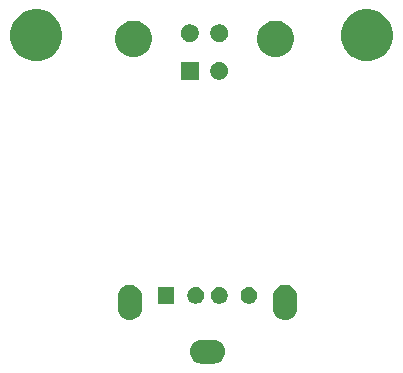
<source format=gbr>
G04 #@! TF.GenerationSoftware,KiCad,Pcbnew,(5.1.4)-1*
G04 #@! TF.CreationDate,2021-04-10T18:28:28-07:00*
G04 #@! TF.ProjectId,front-panel,66726f6e-742d-4706-916e-656c2e6b6963,rev?*
G04 #@! TF.SameCoordinates,Original*
G04 #@! TF.FileFunction,Soldermask,Bot*
G04 #@! TF.FilePolarity,Negative*
%FSLAX46Y46*%
G04 Gerber Fmt 4.6, Leading zero omitted, Abs format (unit mm)*
G04 Created by KiCad (PCBNEW (5.1.4)-1) date 2021-04-10 18:28:28*
%MOMM*%
%LPD*%
G04 APERTURE LIST*
%ADD10C,0.100000*%
G04 APERTURE END LIST*
D10*
G36*
X101196228Y-105793483D02*
G01*
X101384922Y-105850723D01*
X101558815Y-105943671D01*
X101711239Y-106068761D01*
X101836329Y-106221185D01*
X101929277Y-106395078D01*
X101986517Y-106583772D01*
X102005843Y-106780000D01*
X101986517Y-106976228D01*
X101929277Y-107164922D01*
X101836329Y-107338815D01*
X101711239Y-107491239D01*
X101558815Y-107616329D01*
X101384922Y-107709277D01*
X101196228Y-107766517D01*
X101049175Y-107781000D01*
X99950825Y-107781000D01*
X99803772Y-107766517D01*
X99615078Y-107709277D01*
X99441185Y-107616329D01*
X99288761Y-107491239D01*
X99163671Y-107338815D01*
X99070723Y-107164922D01*
X99013483Y-106976228D01*
X98994157Y-106780000D01*
X99013483Y-106583772D01*
X99070723Y-106395078D01*
X99163671Y-106221185D01*
X99288761Y-106068761D01*
X99441185Y-105943671D01*
X99615078Y-105850723D01*
X99803772Y-105793483D01*
X99950825Y-105779000D01*
X101049175Y-105779000D01*
X101196228Y-105793483D01*
X101196228Y-105793483D01*
G37*
G36*
X94126228Y-101113483D02*
G01*
X94314922Y-101170723D01*
X94488815Y-101263671D01*
X94641239Y-101388761D01*
X94766329Y-101541185D01*
X94859277Y-101715078D01*
X94916517Y-101903772D01*
X94931000Y-102050825D01*
X94931000Y-103149175D01*
X94916517Y-103296228D01*
X94859277Y-103484922D01*
X94766329Y-103658815D01*
X94641239Y-103811239D01*
X94488815Y-103936329D01*
X94314921Y-104029277D01*
X94126227Y-104086517D01*
X93930000Y-104105843D01*
X93733772Y-104086517D01*
X93545078Y-104029277D01*
X93371185Y-103936329D01*
X93218761Y-103811239D01*
X93093671Y-103658815D01*
X93000723Y-103484921D01*
X92943483Y-103296227D01*
X92929000Y-103149174D01*
X92929000Y-102050825D01*
X92943483Y-101903769D01*
X93000722Y-101715081D01*
X93093672Y-101541185D01*
X93218762Y-101388761D01*
X93371186Y-101263671D01*
X93545079Y-101170723D01*
X93733773Y-101113483D01*
X93930000Y-101094157D01*
X94126228Y-101113483D01*
X94126228Y-101113483D01*
G37*
G36*
X107266227Y-101113483D02*
G01*
X107454921Y-101170723D01*
X107628815Y-101263671D01*
X107781239Y-101388761D01*
X107906329Y-101541185D01*
X107999277Y-101715078D01*
X108056517Y-101903772D01*
X108071000Y-102050825D01*
X108071000Y-103149175D01*
X108056517Y-103296228D01*
X107999277Y-103484922D01*
X107906329Y-103658815D01*
X107781239Y-103811239D01*
X107628815Y-103936329D01*
X107454922Y-104029277D01*
X107266228Y-104086517D01*
X107070000Y-104105843D01*
X106873773Y-104086517D01*
X106685079Y-104029277D01*
X106511186Y-103936329D01*
X106358762Y-103811239D01*
X106233672Y-103658815D01*
X106140722Y-103484919D01*
X106083483Y-103296231D01*
X106069000Y-103149175D01*
X106069000Y-102050826D01*
X106083483Y-101903773D01*
X106140723Y-101715079D01*
X106233671Y-101541185D01*
X106358761Y-101388761D01*
X106511185Y-101263671D01*
X106685078Y-101170723D01*
X106873772Y-101113483D01*
X107070000Y-101094157D01*
X107266227Y-101113483D01*
X107266227Y-101113483D01*
G37*
G36*
X99704473Y-101325938D02*
G01*
X99832049Y-101378782D01*
X99946859Y-101455495D01*
X100044505Y-101553141D01*
X100121218Y-101667951D01*
X100174062Y-101795527D01*
X100201000Y-101930956D01*
X100201000Y-102069044D01*
X100174062Y-102204473D01*
X100121218Y-102332049D01*
X100044505Y-102446859D01*
X99946859Y-102544505D01*
X99832049Y-102621218D01*
X99704473Y-102674062D01*
X99569044Y-102701000D01*
X99430956Y-102701000D01*
X99295527Y-102674062D01*
X99167951Y-102621218D01*
X99053141Y-102544505D01*
X98955495Y-102446859D01*
X98878782Y-102332049D01*
X98825938Y-102204473D01*
X98799000Y-102069044D01*
X98799000Y-101930956D01*
X98825938Y-101795527D01*
X98878782Y-101667951D01*
X98955495Y-101553141D01*
X99053141Y-101455495D01*
X99167951Y-101378782D01*
X99295527Y-101325938D01*
X99430956Y-101299000D01*
X99569044Y-101299000D01*
X99704473Y-101325938D01*
X99704473Y-101325938D01*
G37*
G36*
X97701000Y-102701000D02*
G01*
X96299000Y-102701000D01*
X96299000Y-101299000D01*
X97701000Y-101299000D01*
X97701000Y-102701000D01*
X97701000Y-102701000D01*
G37*
G36*
X101704473Y-101325938D02*
G01*
X101832049Y-101378782D01*
X101946859Y-101455495D01*
X102044505Y-101553141D01*
X102121218Y-101667951D01*
X102174062Y-101795527D01*
X102201000Y-101930956D01*
X102201000Y-102069044D01*
X102174062Y-102204473D01*
X102121218Y-102332049D01*
X102044505Y-102446859D01*
X101946859Y-102544505D01*
X101832049Y-102621218D01*
X101704473Y-102674062D01*
X101569044Y-102701000D01*
X101430956Y-102701000D01*
X101295527Y-102674062D01*
X101167951Y-102621218D01*
X101053141Y-102544505D01*
X100955495Y-102446859D01*
X100878782Y-102332049D01*
X100825938Y-102204473D01*
X100799000Y-102069044D01*
X100799000Y-101930956D01*
X100825938Y-101795527D01*
X100878782Y-101667951D01*
X100955495Y-101553141D01*
X101053141Y-101455495D01*
X101167951Y-101378782D01*
X101295527Y-101325938D01*
X101430956Y-101299000D01*
X101569044Y-101299000D01*
X101704473Y-101325938D01*
X101704473Y-101325938D01*
G37*
G36*
X104204473Y-101325938D02*
G01*
X104332049Y-101378782D01*
X104446859Y-101455495D01*
X104544505Y-101553141D01*
X104621218Y-101667951D01*
X104674062Y-101795527D01*
X104701000Y-101930956D01*
X104701000Y-102069044D01*
X104674062Y-102204473D01*
X104621218Y-102332049D01*
X104544505Y-102446859D01*
X104446859Y-102544505D01*
X104332049Y-102621218D01*
X104204473Y-102674062D01*
X104069044Y-102701000D01*
X103930956Y-102701000D01*
X103795527Y-102674062D01*
X103667951Y-102621218D01*
X103553141Y-102544505D01*
X103455495Y-102446859D01*
X103378782Y-102332049D01*
X103325938Y-102204473D01*
X103299000Y-102069044D01*
X103299000Y-101930956D01*
X103325938Y-101795527D01*
X103378782Y-101667951D01*
X103455495Y-101553141D01*
X103553141Y-101455495D01*
X103667951Y-101378782D01*
X103795527Y-101325938D01*
X103930956Y-101299000D01*
X104069044Y-101299000D01*
X104204473Y-101325938D01*
X104204473Y-101325938D01*
G37*
G36*
X101719059Y-82277860D02*
G01*
X101855732Y-82334472D01*
X101978735Y-82416660D01*
X102083340Y-82521265D01*
X102165528Y-82644268D01*
X102222140Y-82780941D01*
X102251000Y-82926033D01*
X102251000Y-83073967D01*
X102222140Y-83219059D01*
X102165528Y-83355732D01*
X102083340Y-83478735D01*
X101978735Y-83583340D01*
X101855732Y-83665528D01*
X101855731Y-83665529D01*
X101855730Y-83665529D01*
X101719059Y-83722140D01*
X101573968Y-83751000D01*
X101426032Y-83751000D01*
X101280941Y-83722140D01*
X101144270Y-83665529D01*
X101144269Y-83665529D01*
X101144268Y-83665528D01*
X101021265Y-83583340D01*
X100916660Y-83478735D01*
X100834472Y-83355732D01*
X100777860Y-83219059D01*
X100749000Y-83073967D01*
X100749000Y-82926033D01*
X100777860Y-82780941D01*
X100834472Y-82644268D01*
X100916660Y-82521265D01*
X101021265Y-82416660D01*
X101144268Y-82334472D01*
X101280941Y-82277860D01*
X101426032Y-82249000D01*
X101573968Y-82249000D01*
X101719059Y-82277860D01*
X101719059Y-82277860D01*
G37*
G36*
X99751000Y-83751000D02*
G01*
X98249000Y-83751000D01*
X98249000Y-82249000D01*
X99751000Y-82249000D01*
X99751000Y-83751000D01*
X99751000Y-83751000D01*
G37*
G36*
X86642007Y-77883582D02*
G01*
X87042563Y-78049498D01*
X87042565Y-78049499D01*
X87403056Y-78290371D01*
X87709629Y-78596944D01*
X87922495Y-78915521D01*
X87950502Y-78957437D01*
X88116418Y-79357993D01*
X88201000Y-79783219D01*
X88201000Y-80216781D01*
X88116418Y-80642007D01*
X87957913Y-81024672D01*
X87950501Y-81042565D01*
X87709629Y-81403056D01*
X87403056Y-81709629D01*
X87042565Y-81950501D01*
X87042564Y-81950502D01*
X87042563Y-81950502D01*
X86642007Y-82116418D01*
X86216781Y-82201000D01*
X85783219Y-82201000D01*
X85357993Y-82116418D01*
X84957437Y-81950502D01*
X84957436Y-81950502D01*
X84957435Y-81950501D01*
X84596944Y-81709629D01*
X84290371Y-81403056D01*
X84049499Y-81042565D01*
X84042087Y-81024672D01*
X83883582Y-80642007D01*
X83799000Y-80216781D01*
X83799000Y-79783219D01*
X83883582Y-79357993D01*
X84049498Y-78957437D01*
X84077505Y-78915521D01*
X84290371Y-78596944D01*
X84596944Y-78290371D01*
X84957435Y-78049499D01*
X84957437Y-78049498D01*
X85357993Y-77883582D01*
X85783219Y-77799000D01*
X86216781Y-77799000D01*
X86642007Y-77883582D01*
X86642007Y-77883582D01*
G37*
G36*
X114642007Y-77883582D02*
G01*
X115042563Y-78049498D01*
X115042565Y-78049499D01*
X115403056Y-78290371D01*
X115709629Y-78596944D01*
X115922495Y-78915521D01*
X115950502Y-78957437D01*
X116116418Y-79357993D01*
X116201000Y-79783219D01*
X116201000Y-80216781D01*
X116116418Y-80642007D01*
X115957913Y-81024672D01*
X115950501Y-81042565D01*
X115709629Y-81403056D01*
X115403056Y-81709629D01*
X115042565Y-81950501D01*
X115042564Y-81950502D01*
X115042563Y-81950502D01*
X114642007Y-82116418D01*
X114216781Y-82201000D01*
X113783219Y-82201000D01*
X113357993Y-82116418D01*
X112957437Y-81950502D01*
X112957436Y-81950502D01*
X112957435Y-81950501D01*
X112596944Y-81709629D01*
X112290371Y-81403056D01*
X112049499Y-81042565D01*
X112042087Y-81024672D01*
X111883582Y-80642007D01*
X111799000Y-80216781D01*
X111799000Y-79783219D01*
X111883582Y-79357993D01*
X112049498Y-78957437D01*
X112077505Y-78915521D01*
X112290371Y-78596944D01*
X112596944Y-78290371D01*
X112957435Y-78049499D01*
X112957437Y-78049498D01*
X113357993Y-77883582D01*
X113783219Y-77799000D01*
X114216781Y-77799000D01*
X114642007Y-77883582D01*
X114642007Y-77883582D01*
G37*
G36*
X94532585Y-78768802D02*
G01*
X94682410Y-78798604D01*
X94964674Y-78915521D01*
X95218705Y-79085259D01*
X95434741Y-79301295D01*
X95604479Y-79555326D01*
X95721396Y-79837590D01*
X95781000Y-80137240D01*
X95781000Y-80442760D01*
X95721396Y-80742410D01*
X95604479Y-81024674D01*
X95434741Y-81278705D01*
X95218705Y-81494741D01*
X94964674Y-81664479D01*
X94682410Y-81781396D01*
X94532585Y-81811198D01*
X94382761Y-81841000D01*
X94077239Y-81841000D01*
X93927415Y-81811198D01*
X93777590Y-81781396D01*
X93495326Y-81664479D01*
X93241295Y-81494741D01*
X93025259Y-81278705D01*
X92855521Y-81024674D01*
X92738604Y-80742410D01*
X92679000Y-80442760D01*
X92679000Y-80137240D01*
X92738604Y-79837590D01*
X92855521Y-79555326D01*
X93025259Y-79301295D01*
X93241295Y-79085259D01*
X93495326Y-78915521D01*
X93777590Y-78798604D01*
X93927415Y-78768802D01*
X94077239Y-78739000D01*
X94382761Y-78739000D01*
X94532585Y-78768802D01*
X94532585Y-78768802D01*
G37*
G36*
X106572585Y-78768802D02*
G01*
X106722410Y-78798604D01*
X107004674Y-78915521D01*
X107258705Y-79085259D01*
X107474741Y-79301295D01*
X107644479Y-79555326D01*
X107761396Y-79837590D01*
X107821000Y-80137240D01*
X107821000Y-80442760D01*
X107761396Y-80742410D01*
X107644479Y-81024674D01*
X107474741Y-81278705D01*
X107258705Y-81494741D01*
X107004674Y-81664479D01*
X106722410Y-81781396D01*
X106572585Y-81811198D01*
X106422761Y-81841000D01*
X106117239Y-81841000D01*
X105967415Y-81811198D01*
X105817590Y-81781396D01*
X105535326Y-81664479D01*
X105281295Y-81494741D01*
X105065259Y-81278705D01*
X104895521Y-81024674D01*
X104778604Y-80742410D01*
X104719000Y-80442760D01*
X104719000Y-80137240D01*
X104778604Y-79837590D01*
X104895521Y-79555326D01*
X105065259Y-79301295D01*
X105281295Y-79085259D01*
X105535326Y-78915521D01*
X105817590Y-78798604D01*
X105967415Y-78768802D01*
X106117239Y-78739000D01*
X106422761Y-78739000D01*
X106572585Y-78768802D01*
X106572585Y-78768802D01*
G37*
G36*
X99219059Y-79077860D02*
G01*
X99355732Y-79134472D01*
X99478735Y-79216660D01*
X99583340Y-79321265D01*
X99665528Y-79444268D01*
X99722140Y-79580941D01*
X99751000Y-79726033D01*
X99751000Y-79873967D01*
X99722140Y-80019059D01*
X99665528Y-80155732D01*
X99583340Y-80278735D01*
X99478735Y-80383340D01*
X99355732Y-80465528D01*
X99355731Y-80465529D01*
X99355730Y-80465529D01*
X99219059Y-80522140D01*
X99073968Y-80551000D01*
X98926032Y-80551000D01*
X98780941Y-80522140D01*
X98644270Y-80465529D01*
X98644269Y-80465529D01*
X98644268Y-80465528D01*
X98521265Y-80383340D01*
X98416660Y-80278735D01*
X98334472Y-80155732D01*
X98277860Y-80019059D01*
X98249000Y-79873967D01*
X98249000Y-79726033D01*
X98277860Y-79580941D01*
X98334472Y-79444268D01*
X98416660Y-79321265D01*
X98521265Y-79216660D01*
X98644268Y-79134472D01*
X98780941Y-79077860D01*
X98926032Y-79049000D01*
X99073968Y-79049000D01*
X99219059Y-79077860D01*
X99219059Y-79077860D01*
G37*
G36*
X101719059Y-79077860D02*
G01*
X101855732Y-79134472D01*
X101978735Y-79216660D01*
X102083340Y-79321265D01*
X102165528Y-79444268D01*
X102222140Y-79580941D01*
X102251000Y-79726033D01*
X102251000Y-79873967D01*
X102222140Y-80019059D01*
X102165528Y-80155732D01*
X102083340Y-80278735D01*
X101978735Y-80383340D01*
X101855732Y-80465528D01*
X101855731Y-80465529D01*
X101855730Y-80465529D01*
X101719059Y-80522140D01*
X101573968Y-80551000D01*
X101426032Y-80551000D01*
X101280941Y-80522140D01*
X101144270Y-80465529D01*
X101144269Y-80465529D01*
X101144268Y-80465528D01*
X101021265Y-80383340D01*
X100916660Y-80278735D01*
X100834472Y-80155732D01*
X100777860Y-80019059D01*
X100749000Y-79873967D01*
X100749000Y-79726033D01*
X100777860Y-79580941D01*
X100834472Y-79444268D01*
X100916660Y-79321265D01*
X101021265Y-79216660D01*
X101144268Y-79134472D01*
X101280941Y-79077860D01*
X101426032Y-79049000D01*
X101573968Y-79049000D01*
X101719059Y-79077860D01*
X101719059Y-79077860D01*
G37*
M02*

</source>
